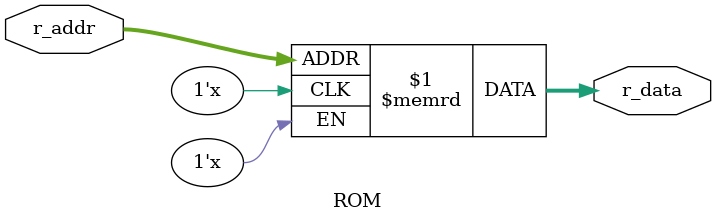
<source format=v>
module ROM # (
    parameter INIT_FILE = "",
    parameter READ_MODE = "H"
) (
    input   [15:0]  r_addr,
    output  [7:0]   r_data
);
    reg [7:0] mem [0:65535];

    assign r_data = mem[r_addr];

    initial if (INIT_FILE) begin
        if      (READ_MODE == "H") $readmemh(INIT_FILE, mem);
        else if (READ_MODE == "B") $readmemb(INIT_FILE, mem);
    end
endmodule
</source>
